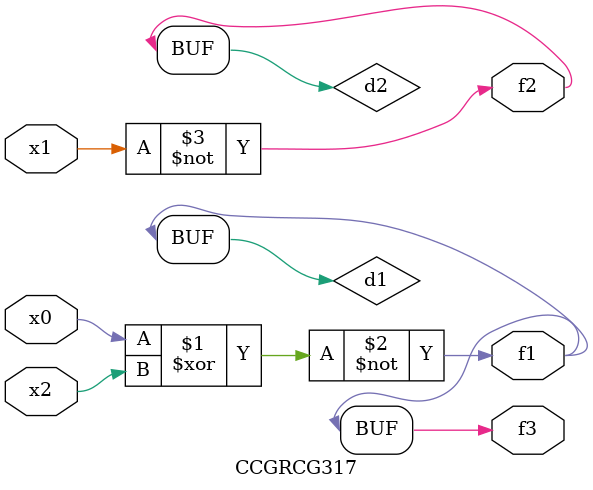
<source format=v>
module CCGRCG317(
	input x0, x1, x2,
	output f1, f2, f3
);

	wire d1, d2, d3;

	xnor (d1, x0, x2);
	nand (d2, x1);
	nor (d3, x1, x2);
	assign f1 = d1;
	assign f2 = d2;
	assign f3 = d1;
endmodule

</source>
